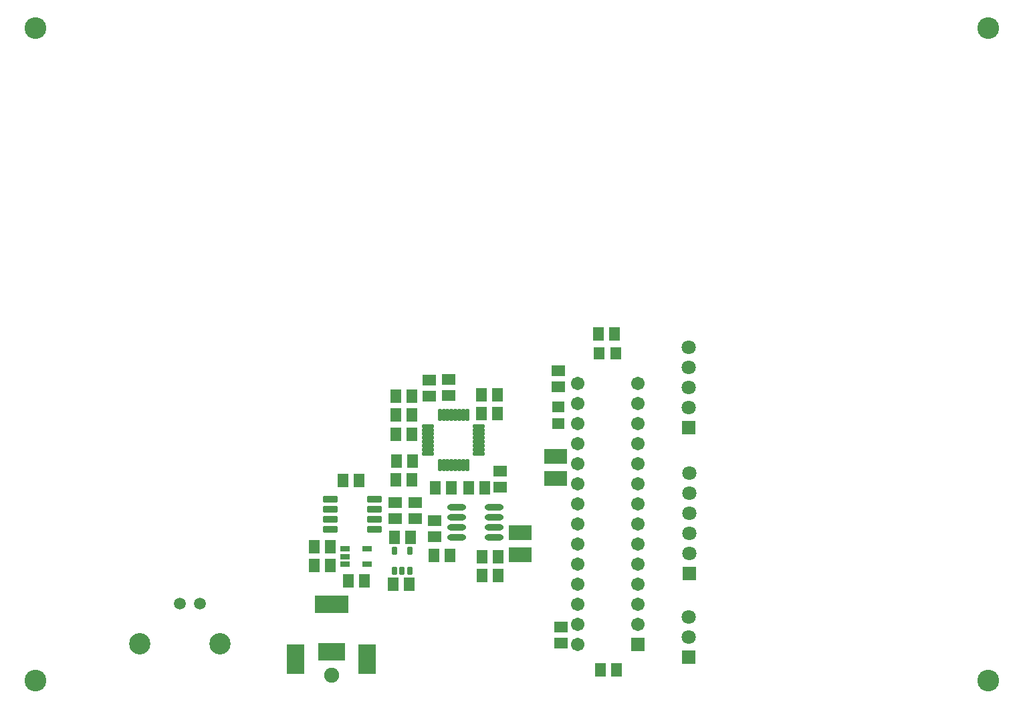
<source format=gts>
G04*
G04 #@! TF.GenerationSoftware,Altium Limited,Altium Designer,18.1.9 (240)*
G04*
G04 Layer_Color=8388736*
%FSLAX25Y25*%
%MOIN*%
G70*
G01*
G75*
%ADD27R,0.05300X0.06800*%
%ADD28O,0.06312X0.01981*%
%ADD29O,0.01981X0.06312*%
%ADD30O,0.09461X0.03162*%
%ADD31R,0.06800X0.05300*%
%ADD32R,0.05918X0.05524*%
%ADD33R,0.11800X0.07300*%
%ADD34R,0.05524X0.05918*%
%ADD35R,0.04737X0.03162*%
G04:AMPARAMS|DCode=36|XSize=33.59mil|YSize=72.96mil|CornerRadius=5.92mil|HoleSize=0mil|Usage=FLASHONLY|Rotation=90.000|XOffset=0mil|YOffset=0mil|HoleType=Round|Shape=RoundedRectangle|*
%AMROUNDEDRECTD36*
21,1,0.03359,0.06112,0,0,90.0*
21,1,0.02175,0.07296,0,0,90.0*
1,1,0.01184,0.03056,0.01088*
1,1,0.01184,0.03056,-0.01088*
1,1,0.01184,-0.03056,-0.01088*
1,1,0.01184,-0.03056,0.01088*
%
%ADD36ROUNDEDRECTD36*%
G04:AMPARAMS|DCode=37|XSize=29.65mil|YSize=39.5mil|CornerRadius=5.95mil|HoleSize=0mil|Usage=FLASHONLY|Rotation=180.000|XOffset=0mil|YOffset=0mil|HoleType=Round|Shape=RoundedRectangle|*
%AMROUNDEDRECTD37*
21,1,0.02965,0.02760,0,0,180.0*
21,1,0.01776,0.03950,0,0,180.0*
1,1,0.01190,-0.00888,0.01380*
1,1,0.01190,0.00888,0.01380*
1,1,0.01190,0.00888,-0.01380*
1,1,0.01190,-0.00888,-0.01380*
%
%ADD37ROUNDEDRECTD37*%
%ADD38C,0.05918*%
%ADD39C,0.10642*%
%ADD40C,0.06706*%
%ADD41R,0.06706X0.06706*%
%ADD42R,0.16548X0.08674*%
%ADD43R,0.13792X0.08674*%
%ADD44R,0.08674X0.14580*%
%ADD45C,0.07493*%
%ADD46C,0.07099*%
%ADD47R,0.07099X0.07099*%
%ADD48C,0.10800*%
D27*
X515000Y444400D02*
D03*
X507000D02*
D03*
X515000Y435100D02*
D03*
X507000D02*
D03*
X472300Y425047D02*
D03*
X464300D02*
D03*
Y434500D02*
D03*
X472300D02*
D03*
X472200Y443900D02*
D03*
X464200D02*
D03*
X464600Y411400D02*
D03*
X472600D02*
D03*
X492100Y398100D02*
D03*
X484100D02*
D03*
X515300Y363800D02*
D03*
X507300D02*
D03*
Y354700D02*
D03*
X515300D02*
D03*
X573500Y474900D02*
D03*
X565500D02*
D03*
X574200Y307700D02*
D03*
X566200D02*
D03*
X500600Y398100D02*
D03*
X508600D02*
D03*
X464500Y402100D02*
D03*
X472500D02*
D03*
X445900Y401800D02*
D03*
X437900D02*
D03*
X491300Y364700D02*
D03*
X483300D02*
D03*
X463000Y350100D02*
D03*
X471000D02*
D03*
X471600Y373700D02*
D03*
X463600D02*
D03*
X423598Y368900D02*
D03*
X431598D02*
D03*
Y359400D02*
D03*
X423598D02*
D03*
X448512Y351983D02*
D03*
X440512D02*
D03*
D28*
X505698Y428990D02*
D03*
Y427021D02*
D03*
Y423084D02*
D03*
Y421116D02*
D03*
Y425053D02*
D03*
Y417179D02*
D03*
Y415210D02*
D03*
Y419147D02*
D03*
X480502Y428990D02*
D03*
Y427021D02*
D03*
Y423084D02*
D03*
Y421116D02*
D03*
Y425053D02*
D03*
Y417179D02*
D03*
Y415210D02*
D03*
Y419147D02*
D03*
D29*
X498021Y434698D02*
D03*
X499990D02*
D03*
X494084D02*
D03*
X496053D02*
D03*
X490147D02*
D03*
X492116D02*
D03*
Y409502D02*
D03*
X494084D02*
D03*
X490147D02*
D03*
X498021D02*
D03*
X499990D02*
D03*
X496053D02*
D03*
X486210Y434698D02*
D03*
X488179D02*
D03*
X486210Y409502D02*
D03*
X488179D02*
D03*
D30*
X513449Y388400D02*
D03*
Y378400D02*
D03*
Y383400D02*
D03*
Y373400D02*
D03*
X494551Y388400D02*
D03*
Y383400D02*
D03*
Y378400D02*
D03*
Y373400D02*
D03*
D31*
X483700Y382000D02*
D03*
Y374000D02*
D03*
X545400Y456649D02*
D03*
Y448649D02*
D03*
X464000Y390900D02*
D03*
Y382900D02*
D03*
X474100Y390900D02*
D03*
Y382900D02*
D03*
X546600Y328900D02*
D03*
Y320900D02*
D03*
X516200Y398600D02*
D03*
Y406600D02*
D03*
X481100Y444000D02*
D03*
Y452000D02*
D03*
X490600Y444100D02*
D03*
Y452100D02*
D03*
D32*
X545200Y430366D02*
D03*
Y438634D02*
D03*
D33*
X526400Y375900D02*
D03*
Y364900D02*
D03*
X543900Y413900D02*
D03*
Y402900D02*
D03*
D34*
X573934Y465200D02*
D03*
X565666D02*
D03*
D35*
X449925Y367723D02*
D03*
Y360243D02*
D03*
X439098Y363983D02*
D03*
Y367723D02*
D03*
Y360243D02*
D03*
D36*
X453822Y377500D02*
D03*
Y382500D02*
D03*
Y387500D02*
D03*
Y392500D02*
D03*
X431578Y377500D02*
D03*
Y382500D02*
D03*
Y387500D02*
D03*
Y392500D02*
D03*
D37*
X463760Y356880D02*
D03*
X467500D02*
D03*
X471240D02*
D03*
Y366920D02*
D03*
X463760D02*
D03*
D38*
X366600Y340400D02*
D03*
X356600D02*
D03*
D39*
X376600Y320400D02*
D03*
X336600D02*
D03*
D40*
X585000Y440300D02*
D03*
Y430300D02*
D03*
Y450300D02*
D03*
Y410300D02*
D03*
Y400300D02*
D03*
Y420300D02*
D03*
Y390300D02*
D03*
Y370300D02*
D03*
Y380300D02*
D03*
Y350300D02*
D03*
Y340300D02*
D03*
Y360300D02*
D03*
Y330300D02*
D03*
X555000Y450300D02*
D03*
Y430300D02*
D03*
Y420300D02*
D03*
Y440300D02*
D03*
Y400300D02*
D03*
Y390300D02*
D03*
Y410300D02*
D03*
Y370300D02*
D03*
Y380300D02*
D03*
Y340300D02*
D03*
Y360300D02*
D03*
Y350300D02*
D03*
Y320300D02*
D03*
Y330300D02*
D03*
D41*
X585000Y320300D02*
D03*
D42*
X432217Y340302D02*
D03*
D43*
Y316680D02*
D03*
D44*
X449933Y312743D02*
D03*
X414500D02*
D03*
D45*
X432217Y304869D02*
D03*
D46*
X610500Y323900D02*
D03*
Y333900D02*
D03*
X610600Y405700D02*
D03*
Y395700D02*
D03*
Y385700D02*
D03*
Y375700D02*
D03*
Y365700D02*
D03*
X610500Y438200D02*
D03*
Y448200D02*
D03*
Y458200D02*
D03*
Y468200D02*
D03*
D47*
Y313900D02*
D03*
X610600Y355700D02*
D03*
X610500Y428200D02*
D03*
D48*
X284550Y627350D02*
D03*
Y302350D02*
D03*
X759550D02*
D03*
Y627350D02*
D03*
M02*

</source>
